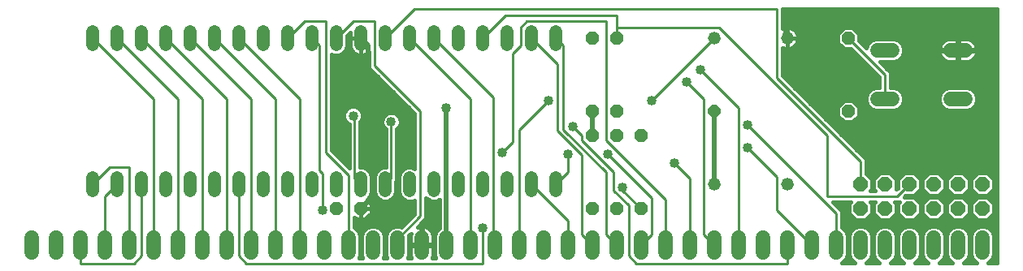
<source format=gbl>
G75*
%MOIN*%
%OFA0B0*%
%FSLAX24Y24*%
%IPPOS*%
%LPD*%
%AMOC8*
5,1,8,0,0,1.08239X$1,22.5*
%
%ADD10C,0.0520*%
%ADD11OC8,0.0600*%
%ADD12C,0.0600*%
%ADD13OC8,0.0520*%
%ADD14C,0.0520*%
%ADD15OC8,0.0515*%
%ADD16C,0.0100*%
%ADD17C,0.0400*%
%ADD18C,0.0200*%
%ADD19C,0.0160*%
D10*
X003680Y004420D02*
X003680Y004940D01*
X004680Y004940D02*
X004680Y004420D01*
X005680Y004420D02*
X005680Y004940D01*
X006680Y004940D02*
X006680Y004420D01*
X007680Y004420D02*
X007680Y004940D01*
X008680Y004940D02*
X008680Y004420D01*
X009680Y004420D02*
X009680Y004940D01*
X010680Y004940D02*
X010680Y004420D01*
X011680Y004420D02*
X011680Y004940D01*
X012680Y004940D02*
X012680Y004420D01*
X013680Y004420D02*
X013680Y004940D01*
X014680Y004940D02*
X014680Y004420D01*
X015680Y004420D02*
X015680Y004940D01*
X016680Y004940D02*
X016680Y004420D01*
X017680Y004420D02*
X017680Y004940D01*
X018680Y004940D02*
X018680Y004420D01*
X019680Y004420D02*
X019680Y004940D01*
X020680Y004940D02*
X020680Y004420D01*
X021680Y004420D02*
X021680Y004940D01*
X022680Y004940D02*
X022680Y004420D01*
X022680Y010420D02*
X022680Y010940D01*
X021680Y010940D02*
X021680Y010420D01*
X020680Y010420D02*
X020680Y010940D01*
X019680Y010940D02*
X019680Y010420D01*
X018680Y010420D02*
X018680Y010940D01*
X017680Y010940D02*
X017680Y010420D01*
X016680Y010420D02*
X016680Y010940D01*
X015680Y010940D02*
X015680Y010420D01*
X014680Y010420D02*
X014680Y010940D01*
X013680Y010940D02*
X013680Y010420D01*
X012680Y010420D02*
X012680Y010940D01*
X011680Y010940D02*
X011680Y010420D01*
X010680Y010420D02*
X010680Y010940D01*
X009680Y010940D02*
X009680Y010420D01*
X008680Y010420D02*
X008680Y010940D01*
X007680Y010940D02*
X007680Y010420D01*
X006680Y010420D02*
X006680Y010940D01*
X005680Y010940D02*
X005680Y010420D01*
X004680Y010420D02*
X004680Y010940D01*
X003680Y010940D02*
X003680Y010420D01*
D11*
X035180Y004680D03*
X036180Y004680D03*
X037180Y004680D03*
X038180Y004680D03*
X039180Y004680D03*
X040180Y004680D03*
X040180Y003680D03*
X039180Y003680D03*
X038180Y003680D03*
X037180Y003680D03*
X036180Y003680D03*
X035180Y003680D03*
D12*
X035180Y002480D02*
X035180Y001880D01*
X036180Y001880D02*
X036180Y002480D01*
X037180Y002480D02*
X037180Y001880D01*
X038180Y001880D02*
X038180Y002480D01*
X039180Y002480D02*
X039180Y001880D01*
X040180Y001880D02*
X040180Y002480D01*
X034180Y002480D02*
X034180Y001880D01*
X033180Y001880D02*
X033180Y002480D01*
X032180Y002480D02*
X032180Y001880D01*
X031180Y001880D02*
X031180Y002480D01*
X030180Y002480D02*
X030180Y001880D01*
X029180Y001880D02*
X029180Y002480D01*
X028180Y002480D02*
X028180Y001880D01*
X027180Y001880D02*
X027180Y002480D01*
X026180Y002480D02*
X026180Y001880D01*
X025180Y001880D02*
X025180Y002480D01*
X024180Y002480D02*
X024180Y001880D01*
X023180Y001880D02*
X023180Y002480D01*
X022180Y002480D02*
X022180Y001880D01*
X021180Y001880D02*
X021180Y002480D01*
X020180Y002480D02*
X020180Y001880D01*
X019180Y001880D02*
X019180Y002480D01*
X018180Y002480D02*
X018180Y001880D01*
X017180Y001880D02*
X017180Y002480D01*
X016180Y002480D02*
X016180Y001880D01*
X015180Y001880D02*
X015180Y002480D01*
X014180Y002480D02*
X014180Y001880D01*
X013180Y001880D02*
X013180Y002480D01*
X012180Y002480D02*
X012180Y001880D01*
X011180Y001880D02*
X011180Y002480D01*
X010180Y002480D02*
X010180Y001880D01*
X009180Y001880D02*
X009180Y002480D01*
X008180Y002480D02*
X008180Y001880D01*
X007180Y001880D02*
X007180Y002480D01*
X006180Y002480D02*
X006180Y001880D01*
X005180Y001880D02*
X005180Y002480D01*
X004180Y002480D02*
X004180Y001880D01*
X003180Y001880D02*
X003180Y002480D01*
X002180Y002480D02*
X002180Y001880D01*
X001180Y001880D02*
X001180Y002480D01*
X035880Y008180D02*
X036480Y008180D01*
X038880Y008180D02*
X039480Y008180D01*
X039480Y010180D02*
X038880Y010180D01*
X036480Y010180D02*
X035880Y010180D01*
D13*
X034680Y010680D03*
X034680Y007680D03*
X026180Y006680D03*
X025180Y006680D03*
X024180Y006680D03*
X024180Y007680D03*
X025180Y007680D03*
X025180Y010680D03*
X024180Y010680D03*
X024180Y003680D03*
X025180Y003680D03*
X026180Y003680D03*
X014680Y003680D03*
X013680Y003680D03*
D14*
X029180Y004680D03*
X032180Y004680D03*
X032180Y010680D03*
X029180Y010680D03*
D15*
X029180Y007680D03*
D16*
X003180Y002180D02*
X003180Y001430D01*
X005368Y001430D01*
X005680Y001743D01*
X005680Y004680D01*
X004680Y004680D02*
X004180Y004180D01*
X004180Y002180D01*
X005180Y002180D02*
X005180Y005368D01*
X004368Y005368D01*
X003680Y004680D01*
X009680Y004680D02*
X009680Y001743D01*
X009993Y001430D01*
X019680Y001430D01*
X019680Y002868D01*
X020118Y002243D02*
X020180Y002180D01*
X020118Y002243D02*
X020118Y008243D01*
X017680Y010680D01*
X016680Y010680D02*
X019180Y008180D01*
X019180Y002180D01*
X021180Y002180D02*
X021180Y006930D01*
X022368Y008118D01*
X023368Y007055D02*
X023743Y006680D01*
X023743Y006493D01*
X025055Y005180D01*
X025055Y004430D01*
X025680Y003805D01*
X025680Y001743D01*
X025993Y001430D01*
X032180Y001430D01*
X032180Y002180D01*
X033180Y002180D02*
X031743Y003618D01*
X031743Y004993D01*
X030555Y006180D01*
X030555Y007118D02*
X034180Y003493D01*
X034180Y002180D01*
X030180Y002180D02*
X030180Y007805D01*
X028618Y009368D01*
X028055Y008868D02*
X028743Y008180D01*
X028743Y002618D01*
X029180Y002180D01*
X028180Y002180D02*
X028180Y004930D01*
X027555Y005555D01*
X027180Y004055D02*
X024743Y006493D01*
X024743Y011368D01*
X021493Y011368D01*
X021243Y011118D01*
X021243Y010368D01*
X020930Y010055D01*
X020930Y006430D01*
X020493Y005993D01*
X022743Y006868D02*
X023743Y005868D01*
X023743Y002618D01*
X024180Y002180D01*
X024743Y002618D02*
X025180Y002180D01*
X024743Y002618D02*
X024743Y005180D01*
X022993Y006930D01*
X022993Y010368D01*
X022680Y010680D01*
X021680Y010680D02*
X022743Y009618D01*
X022743Y006868D01*
X023180Y005930D02*
X023180Y005180D01*
X022680Y004680D01*
X021680Y004680D02*
X023180Y003180D01*
X023180Y002180D01*
X026180Y002180D02*
X026618Y002618D01*
X026618Y004118D01*
X024805Y005930D01*
X025430Y004555D02*
X025430Y004430D01*
X026180Y003680D01*
X027180Y004055D02*
X027180Y002180D01*
X033805Y004180D02*
X033805Y006680D01*
X029368Y011118D01*
X025180Y011118D01*
X025180Y011618D01*
X020618Y011618D01*
X019680Y010680D01*
X016868Y011868D02*
X031743Y011868D01*
X031743Y009055D01*
X035180Y005618D01*
X035180Y004680D01*
X033805Y004180D02*
X036680Y004180D01*
X037180Y004680D01*
X029180Y010680D02*
X026618Y008118D01*
X025180Y010680D02*
X025180Y011118D01*
X016868Y011868D02*
X015680Y010680D01*
X014368Y011368D02*
X013680Y010680D01*
X012993Y010368D02*
X012993Y005243D01*
X013118Y005118D01*
X013118Y003618D01*
X014430Y004930D02*
X014680Y004680D01*
X014430Y004930D02*
X014430Y007430D01*
X014368Y007493D01*
X015930Y007243D02*
X015930Y004930D01*
X015680Y004680D01*
X014180Y005055D02*
X014180Y002180D01*
X012180Y002180D02*
X012180Y008180D01*
X009680Y010680D01*
X008680Y010680D02*
X011180Y008180D01*
X011180Y002180D01*
X010180Y002180D02*
X010180Y008180D01*
X007680Y010680D01*
X006680Y010680D02*
X009180Y008180D01*
X009180Y002180D01*
X008180Y002180D02*
X008180Y008180D01*
X005680Y010680D01*
X004680Y010680D02*
X007180Y008180D01*
X007180Y002180D01*
X006180Y002180D02*
X006180Y008180D01*
X003680Y010680D01*
X011680Y010680D02*
X012368Y011368D01*
X013243Y011368D01*
X013243Y005993D01*
X014180Y005055D01*
X016180Y002430D02*
X017118Y003368D01*
X017118Y007680D01*
X015243Y009555D01*
X015243Y011368D01*
X014368Y011368D01*
X012993Y010368D02*
X012680Y010680D01*
X034680Y010680D02*
X036180Y009180D01*
X036180Y008180D01*
X016180Y002430D02*
X016180Y002180D01*
D17*
X019680Y002868D03*
X025430Y004555D03*
X027555Y005555D03*
X024805Y005930D03*
X023180Y005930D03*
X020493Y005993D03*
X023368Y007055D03*
X022368Y008118D03*
X026618Y008118D03*
X028055Y008868D03*
X028618Y009368D03*
X030555Y007118D03*
X030555Y006180D03*
X018180Y007805D03*
X015930Y007243D03*
X014368Y007493D03*
X013118Y003618D03*
X032118Y011743D03*
D18*
X032118Y010743D01*
X032180Y010680D01*
X029180Y007680D02*
X029180Y004680D01*
X024180Y006680D02*
X024180Y007680D01*
X018180Y007805D02*
X018180Y002180D01*
X015180Y004180D02*
X014680Y003680D01*
X015180Y004180D02*
X015180Y005118D01*
X014993Y005305D01*
X014993Y010368D01*
X014680Y010680D01*
D19*
X014680Y009980D01*
X014715Y009980D01*
X014783Y009991D01*
X014849Y010012D01*
X014911Y010044D01*
X014967Y010084D01*
X015013Y010130D01*
X015013Y009460D01*
X016888Y007585D01*
X016888Y005330D01*
X016768Y005380D01*
X016592Y005380D01*
X016431Y005313D01*
X016307Y005189D01*
X016240Y005028D01*
X016240Y004332D01*
X016307Y004171D01*
X016431Y004047D01*
X016592Y003980D01*
X016768Y003980D01*
X016888Y004030D01*
X016888Y003463D01*
X016353Y002928D01*
X016275Y002960D01*
X016085Y002960D01*
X015908Y002887D01*
X015773Y002752D01*
X015700Y002575D01*
X015700Y001785D01*
X015752Y001660D01*
X015608Y001660D01*
X015660Y001785D01*
X015660Y002575D01*
X015587Y002752D01*
X015452Y002887D01*
X015275Y002960D01*
X015085Y002960D01*
X014908Y002887D01*
X014773Y002752D01*
X014700Y002575D01*
X014700Y001785D01*
X014752Y001660D01*
X014608Y001660D01*
X014660Y001785D01*
X014660Y002575D01*
X014587Y002752D01*
X014452Y002887D01*
X014410Y002904D01*
X014410Y003328D01*
X014498Y003240D01*
X014680Y003240D01*
X014862Y003240D01*
X015120Y003498D01*
X015120Y003680D01*
X015120Y003862D01*
X014932Y004050D01*
X015053Y004171D01*
X015120Y004332D01*
X015120Y005028D01*
X015053Y005189D01*
X014929Y005313D01*
X014768Y005380D01*
X014660Y005380D01*
X014660Y007248D01*
X014690Y007277D01*
X014747Y007417D01*
X014747Y007568D01*
X014690Y007708D01*
X014583Y007815D01*
X014443Y007872D01*
X014292Y007872D01*
X014152Y007815D01*
X014045Y007708D01*
X013988Y007568D01*
X013988Y007417D01*
X014045Y007277D01*
X014152Y007170D01*
X014200Y007151D01*
X014200Y005360D01*
X013472Y006088D01*
X013472Y010030D01*
X013592Y009980D01*
X013768Y009980D01*
X013929Y010047D01*
X014053Y010171D01*
X014120Y010332D01*
X014120Y010795D01*
X014240Y010915D01*
X014240Y010680D01*
X014680Y010680D01*
X014680Y010680D01*
X014680Y010680D01*
X014680Y009980D01*
X014645Y009980D01*
X014577Y009991D01*
X014511Y010012D01*
X014449Y010044D01*
X014393Y010084D01*
X014344Y010133D01*
X014304Y010189D01*
X014272Y010251D01*
X014251Y010317D01*
X014240Y010385D01*
X014240Y010680D01*
X014680Y010680D01*
X014680Y010532D02*
X014680Y010532D01*
X014680Y010373D02*
X014680Y010373D01*
X014680Y010215D02*
X014680Y010215D01*
X014680Y010056D02*
X014680Y010056D01*
X014928Y010056D02*
X015013Y010056D01*
X015013Y009898D02*
X013472Y009898D01*
X013938Y010056D02*
X014432Y010056D01*
X014291Y010215D02*
X014071Y010215D01*
X014120Y010373D02*
X014242Y010373D01*
X014240Y010532D02*
X014120Y010532D01*
X014120Y010690D02*
X014240Y010690D01*
X014240Y010849D02*
X014174Y010849D01*
X013472Y009739D02*
X015013Y009739D01*
X015013Y009581D02*
X013472Y009581D01*
X013472Y009422D02*
X015050Y009422D01*
X015209Y009264D02*
X013472Y009264D01*
X013472Y009105D02*
X015367Y009105D01*
X015526Y008947D02*
X013472Y008947D01*
X013472Y008788D02*
X015684Y008788D01*
X015843Y008630D02*
X013472Y008630D01*
X013472Y008471D02*
X016001Y008471D01*
X016160Y008313D02*
X013472Y008313D01*
X013472Y008154D02*
X016318Y008154D01*
X016477Y007996D02*
X013472Y007996D01*
X013472Y007837D02*
X014206Y007837D01*
X014033Y007679D02*
X013472Y007679D01*
X013472Y007520D02*
X013988Y007520D01*
X014010Y007362D02*
X013472Y007362D01*
X013472Y007203D02*
X014120Y007203D01*
X014200Y007045D02*
X013472Y007045D01*
X013472Y006886D02*
X014200Y006886D01*
X014200Y006728D02*
X013472Y006728D01*
X013472Y006569D02*
X014200Y006569D01*
X014660Y006569D02*
X015700Y006569D01*
X015700Y006728D02*
X014660Y006728D01*
X014660Y006886D02*
X015700Y006886D01*
X015700Y006935D02*
X015700Y005380D01*
X015592Y005380D01*
X015431Y005313D01*
X015307Y005189D01*
X015240Y005028D01*
X015240Y004332D01*
X015307Y004171D01*
X015431Y004047D01*
X015592Y003980D01*
X015768Y003980D01*
X015929Y004047D01*
X016053Y004171D01*
X016120Y004332D01*
X016120Y004795D01*
X016160Y004835D01*
X016160Y006935D01*
X016252Y007027D01*
X016310Y007167D01*
X016310Y007318D01*
X016252Y007458D01*
X016145Y007565D01*
X016006Y007622D01*
X015854Y007622D01*
X015715Y007565D01*
X015608Y007458D01*
X015550Y007318D01*
X015550Y007167D01*
X015608Y007027D01*
X015700Y006935D01*
X015601Y007045D02*
X014660Y007045D01*
X014660Y007203D02*
X015550Y007203D01*
X015568Y007362D02*
X014725Y007362D01*
X014747Y007520D02*
X015670Y007520D01*
X016190Y007520D02*
X016888Y007520D01*
X016888Y007362D02*
X016292Y007362D01*
X016310Y007203D02*
X016888Y007203D01*
X016888Y007045D02*
X016259Y007045D01*
X016160Y006886D02*
X016888Y006886D01*
X016888Y006728D02*
X016160Y006728D01*
X016160Y006569D02*
X016888Y006569D01*
X016888Y006411D02*
X016160Y006411D01*
X016160Y006252D02*
X016888Y006252D01*
X016888Y006094D02*
X016160Y006094D01*
X016160Y005935D02*
X016888Y005935D01*
X016888Y005777D02*
X016160Y005777D01*
X016160Y005618D02*
X016888Y005618D01*
X016888Y005460D02*
X016160Y005460D01*
X016160Y005301D02*
X016419Y005301D01*
X016288Y005143D02*
X016160Y005143D01*
X016160Y004984D02*
X016240Y004984D01*
X016240Y004826D02*
X016151Y004826D01*
X016120Y004667D02*
X016240Y004667D01*
X016240Y004509D02*
X016120Y004509D01*
X016120Y004350D02*
X016240Y004350D01*
X016298Y004192D02*
X016062Y004192D01*
X015895Y004033D02*
X016465Y004033D01*
X016888Y003875D02*
X015108Y003875D01*
X014949Y004033D02*
X015465Y004033D01*
X015298Y004192D02*
X015062Y004192D01*
X015120Y004350D02*
X015240Y004350D01*
X015240Y004509D02*
X015120Y004509D01*
X015120Y004667D02*
X015240Y004667D01*
X015240Y004826D02*
X015120Y004826D01*
X015120Y004984D02*
X015240Y004984D01*
X015288Y005143D02*
X015072Y005143D01*
X014941Y005301D02*
X015419Y005301D01*
X015700Y005460D02*
X014660Y005460D01*
X014200Y005460D02*
X014101Y005460D01*
X014200Y005618D02*
X013942Y005618D01*
X013784Y005777D02*
X014200Y005777D01*
X014200Y005935D02*
X013625Y005935D01*
X013472Y006094D02*
X014200Y006094D01*
X014200Y006252D02*
X013472Y006252D01*
X013472Y006411D02*
X014200Y006411D01*
X014660Y006411D02*
X015700Y006411D01*
X015700Y006252D02*
X014660Y006252D01*
X014660Y006094D02*
X015700Y006094D01*
X015700Y005935D02*
X014660Y005935D01*
X014660Y005777D02*
X015700Y005777D01*
X015700Y005618D02*
X014660Y005618D01*
X017347Y004130D02*
X017431Y004047D01*
X017592Y003980D01*
X017768Y003980D01*
X017900Y004035D01*
X017900Y002879D01*
X017773Y002752D01*
X017700Y002575D01*
X017700Y001785D01*
X017752Y001660D01*
X017607Y001660D01*
X017625Y001696D01*
X017648Y001768D01*
X017660Y001842D01*
X017660Y002160D01*
X017200Y002160D01*
X017200Y002200D01*
X017160Y002200D01*
X017160Y002960D01*
X017142Y002960D01*
X017068Y002948D01*
X017002Y002927D01*
X017347Y003272D01*
X017347Y004130D01*
X017347Y004033D02*
X017465Y004033D01*
X017347Y003875D02*
X017900Y003875D01*
X017895Y004033D02*
X017900Y004033D01*
X017900Y003716D02*
X017347Y003716D01*
X017347Y003558D02*
X017900Y003558D01*
X017900Y003399D02*
X017347Y003399D01*
X017316Y003241D02*
X017900Y003241D01*
X017900Y003082D02*
X017157Y003082D01*
X017200Y002960D02*
X017200Y002200D01*
X017660Y002200D01*
X017660Y002518D01*
X017648Y002592D01*
X017625Y002664D01*
X017591Y002732D01*
X017546Y002793D01*
X017493Y002846D01*
X017432Y002891D01*
X017364Y002925D01*
X017292Y002948D01*
X017218Y002960D01*
X017200Y002960D01*
X017200Y002924D02*
X017160Y002924D01*
X017160Y002765D02*
X017200Y002765D01*
X017200Y002607D02*
X017160Y002607D01*
X017160Y002448D02*
X017200Y002448D01*
X017200Y002290D02*
X017160Y002290D01*
X017160Y002200D02*
X016700Y002200D01*
X016700Y002518D01*
X016712Y002592D01*
X016733Y002658D01*
X016657Y002582D01*
X016660Y002575D01*
X016660Y001785D01*
X016608Y001660D01*
X016753Y001660D01*
X016735Y001696D01*
X016712Y001768D01*
X016700Y001842D01*
X016700Y002160D01*
X017160Y002160D01*
X017160Y002200D01*
X016700Y002131D02*
X016660Y002131D01*
X016660Y001973D02*
X016700Y001973D01*
X016704Y001814D02*
X016660Y001814D01*
X017656Y001814D02*
X017700Y001814D01*
X017700Y001973D02*
X017660Y001973D01*
X017660Y002131D02*
X017700Y002131D01*
X017700Y002290D02*
X017660Y002290D01*
X017660Y002448D02*
X017700Y002448D01*
X017713Y002607D02*
X017644Y002607D01*
X017566Y002765D02*
X017786Y002765D01*
X017900Y002924D02*
X017367Y002924D01*
X016716Y002607D02*
X016682Y002607D01*
X016660Y002448D02*
X016700Y002448D01*
X016700Y002290D02*
X016660Y002290D01*
X015700Y002290D02*
X015660Y002290D01*
X015660Y002448D02*
X015700Y002448D01*
X015713Y002607D02*
X015647Y002607D01*
X015574Y002765D02*
X015786Y002765D01*
X015996Y002924D02*
X015364Y002924D01*
X014996Y002924D02*
X014410Y002924D01*
X014574Y002765D02*
X014786Y002765D01*
X014713Y002607D02*
X014647Y002607D01*
X014660Y002448D02*
X014700Y002448D01*
X014700Y002290D02*
X014660Y002290D01*
X014660Y002131D02*
X014700Y002131D01*
X014700Y001973D02*
X014660Y001973D01*
X014660Y001814D02*
X014700Y001814D01*
X015660Y001814D02*
X015700Y001814D01*
X015700Y001973D02*
X015660Y001973D01*
X015660Y002131D02*
X015700Y002131D01*
X016507Y003082D02*
X014410Y003082D01*
X014410Y003241D02*
X014497Y003241D01*
X014680Y003241D02*
X014680Y003241D01*
X014680Y003240D02*
X014680Y003680D01*
X015120Y003680D01*
X014680Y003680D01*
X014680Y003680D01*
X014680Y003680D01*
X014680Y003240D01*
X014680Y003399D02*
X014680Y003399D01*
X014680Y003558D02*
X014680Y003558D01*
X015021Y003399D02*
X016824Y003399D01*
X016888Y003558D02*
X015120Y003558D01*
X015120Y003716D02*
X016888Y003716D01*
X016665Y003241D02*
X014863Y003241D01*
X014702Y007679D02*
X016794Y007679D01*
X016635Y007837D02*
X014529Y007837D01*
X031972Y009150D02*
X031972Y010292D01*
X032011Y010272D01*
X032077Y010251D01*
X032145Y010240D01*
X032180Y010240D01*
X032215Y010240D01*
X032283Y010251D01*
X032349Y010272D01*
X032411Y010304D01*
X032467Y010344D01*
X032516Y010393D01*
X032556Y010449D01*
X032588Y010511D01*
X032609Y010577D01*
X032620Y010645D01*
X032620Y010680D01*
X032620Y010715D01*
X032609Y010783D01*
X032588Y010849D01*
X032556Y010911D01*
X032516Y010967D01*
X032467Y011016D01*
X032411Y011056D01*
X032349Y011088D01*
X032283Y011109D01*
X032215Y011120D01*
X032180Y011120D01*
X032180Y010680D01*
X032180Y010680D01*
X032620Y010680D01*
X032180Y010680D01*
X032180Y010680D01*
X032180Y011120D01*
X032145Y011120D01*
X032077Y011109D01*
X032011Y011088D01*
X031972Y011068D01*
X031972Y011896D01*
X040770Y011896D01*
X040770Y001460D01*
X040420Y001460D01*
X040452Y001473D01*
X040587Y001608D01*
X040660Y001785D01*
X040660Y002575D01*
X040587Y002752D01*
X040452Y002887D01*
X040275Y002960D01*
X040085Y002960D01*
X039908Y002887D01*
X039773Y002752D01*
X039700Y002575D01*
X039700Y001785D01*
X039773Y001608D01*
X039908Y001473D01*
X039940Y001460D01*
X039420Y001460D01*
X039452Y001473D01*
X039587Y001608D01*
X039660Y001785D01*
X039660Y002575D01*
X039587Y002752D01*
X039452Y002887D01*
X039275Y002960D01*
X039085Y002960D01*
X038908Y002887D01*
X038773Y002752D01*
X038700Y002575D01*
X038700Y001785D01*
X038773Y001608D01*
X038908Y001473D01*
X038940Y001460D01*
X038420Y001460D01*
X038452Y001473D01*
X038587Y001608D01*
X038660Y001785D01*
X038660Y002575D01*
X038587Y002752D01*
X038452Y002887D01*
X038275Y002960D01*
X038085Y002960D01*
X037908Y002887D01*
X037773Y002752D01*
X037700Y002575D01*
X037700Y001785D01*
X037773Y001608D01*
X037908Y001473D01*
X037940Y001460D01*
X037420Y001460D01*
X037452Y001473D01*
X037587Y001608D01*
X037660Y001785D01*
X037660Y002575D01*
X037587Y002752D01*
X037452Y002887D01*
X037275Y002960D01*
X037085Y002960D01*
X036908Y002887D01*
X036773Y002752D01*
X036700Y002575D01*
X036700Y001785D01*
X036773Y001608D01*
X036908Y001473D01*
X036940Y001460D01*
X036420Y001460D01*
X036452Y001473D01*
X036587Y001608D01*
X036660Y001785D01*
X036660Y002575D01*
X036587Y002752D01*
X036452Y002887D01*
X036275Y002960D01*
X036085Y002960D01*
X035908Y002887D01*
X035773Y002752D01*
X035700Y002575D01*
X035700Y001785D01*
X035773Y001608D01*
X035908Y001473D01*
X035940Y001460D01*
X035420Y001460D01*
X035452Y001473D01*
X035587Y001608D01*
X035660Y001785D01*
X035660Y002575D01*
X035587Y002752D01*
X035452Y002887D01*
X035275Y002960D01*
X035085Y002960D01*
X034908Y002887D01*
X034773Y002752D01*
X034700Y002575D01*
X034700Y001785D01*
X034773Y001608D01*
X034908Y001473D01*
X034940Y001460D01*
X034420Y001460D01*
X034452Y001473D01*
X034587Y001608D01*
X034660Y001785D01*
X034660Y002575D01*
X034587Y002752D01*
X034452Y002887D01*
X034410Y002904D01*
X034410Y003588D01*
X034275Y003722D01*
X034048Y003950D01*
X034771Y003950D01*
X034700Y003879D01*
X034700Y003481D01*
X034981Y003200D01*
X035379Y003200D01*
X035660Y003481D01*
X035660Y003879D01*
X035589Y003950D01*
X035771Y003950D01*
X035700Y003879D01*
X035700Y003481D01*
X035981Y003200D01*
X036379Y003200D01*
X036660Y003481D01*
X036660Y003879D01*
X036589Y003950D01*
X036771Y003950D01*
X036700Y003879D01*
X036700Y003481D01*
X036981Y003200D01*
X037379Y003200D01*
X037660Y003481D01*
X037660Y003879D01*
X037379Y004160D01*
X036985Y004160D01*
X037025Y004200D01*
X037379Y004200D01*
X037660Y004481D01*
X037660Y004879D01*
X037379Y005160D01*
X036981Y005160D01*
X036700Y004879D01*
X036700Y004525D01*
X036660Y004485D01*
X036660Y004879D01*
X036379Y005160D01*
X035981Y005160D01*
X035700Y004879D01*
X035700Y004481D01*
X035771Y004410D01*
X035589Y004410D01*
X035660Y004481D01*
X035660Y004879D01*
X035410Y005129D01*
X035410Y005713D01*
X035275Y005847D01*
X031972Y009150D01*
X032018Y009105D02*
X035930Y009105D01*
X035950Y009085D02*
X035950Y008660D01*
X035785Y008660D01*
X035608Y008587D01*
X035473Y008452D01*
X035400Y008275D01*
X035400Y008085D01*
X035473Y007908D01*
X035608Y007773D01*
X035785Y007700D01*
X036575Y007700D01*
X036752Y007773D01*
X036887Y007908D01*
X036960Y008085D01*
X036960Y008275D01*
X036887Y008452D01*
X036752Y008587D01*
X036575Y008660D01*
X036410Y008660D01*
X036410Y009275D01*
X036275Y009410D01*
X035985Y009700D01*
X036575Y009700D01*
X036752Y009773D01*
X036887Y009908D01*
X036960Y010085D01*
X036960Y010275D01*
X036887Y010452D01*
X036752Y010587D01*
X036575Y010660D01*
X035785Y010660D01*
X035608Y010587D01*
X035473Y010452D01*
X035403Y010282D01*
X035120Y010565D01*
X035120Y010862D01*
X034862Y011120D01*
X034498Y011120D01*
X034240Y010862D01*
X034240Y010498D01*
X034498Y010240D01*
X034795Y010240D01*
X035950Y009085D01*
X035771Y009264D02*
X031972Y009264D01*
X031972Y009422D02*
X035613Y009422D01*
X035454Y009581D02*
X031972Y009581D01*
X031972Y009739D02*
X035296Y009739D01*
X035137Y009898D02*
X031972Y009898D01*
X031972Y010056D02*
X034979Y010056D01*
X034820Y010215D02*
X031972Y010215D01*
X032180Y010240D02*
X032180Y010680D01*
X032180Y010240D01*
X032180Y010373D02*
X032180Y010373D01*
X032180Y010532D02*
X032180Y010532D01*
X032180Y010680D02*
X032180Y010680D01*
X032180Y010690D02*
X032180Y010690D01*
X032180Y010849D02*
X032180Y010849D01*
X032180Y011007D02*
X032180Y011007D01*
X031972Y011166D02*
X040770Y011166D01*
X040770Y011324D02*
X031972Y011324D01*
X031972Y011483D02*
X040770Y011483D01*
X040770Y011641D02*
X031972Y011641D01*
X031972Y011800D02*
X040770Y011800D01*
X040770Y011007D02*
X034975Y011007D01*
X035120Y010849D02*
X040770Y010849D01*
X040770Y010690D02*
X035120Y010690D01*
X035154Y010532D02*
X035553Y010532D01*
X035440Y010373D02*
X035312Y010373D01*
X034365Y010373D02*
X032495Y010373D01*
X032594Y010532D02*
X034240Y010532D01*
X034240Y010690D02*
X032620Y010690D01*
X032588Y010849D02*
X034240Y010849D01*
X034385Y011007D02*
X032475Y011007D01*
X036807Y010532D02*
X038553Y010532D01*
X038567Y010546D02*
X038514Y010493D01*
X038469Y010432D01*
X038435Y010364D01*
X038412Y010292D01*
X038400Y010218D01*
X038400Y010200D01*
X039160Y010200D01*
X039160Y010660D01*
X038842Y010660D01*
X038768Y010648D01*
X038696Y010625D01*
X038628Y010591D01*
X038567Y010546D01*
X038440Y010373D02*
X036920Y010373D01*
X036960Y010215D02*
X038400Y010215D01*
X038400Y010160D02*
X038400Y010142D01*
X038412Y010068D01*
X038435Y009996D01*
X038469Y009928D01*
X038514Y009867D01*
X038567Y009814D01*
X038628Y009769D01*
X038696Y009735D01*
X038768Y009712D01*
X038842Y009700D01*
X039160Y009700D01*
X039160Y010160D01*
X039200Y010160D01*
X039200Y010200D01*
X039160Y010200D01*
X039160Y010160D01*
X038400Y010160D01*
X038416Y010056D02*
X036948Y010056D01*
X036876Y009898D02*
X038492Y009898D01*
X039160Y009898D02*
X039200Y009898D01*
X039200Y010056D02*
X039160Y010056D01*
X039200Y010160D02*
X039200Y009700D01*
X039518Y009700D01*
X039592Y009712D01*
X039664Y009735D01*
X039732Y009769D01*
X039793Y009814D01*
X039846Y009867D01*
X039891Y009928D01*
X039925Y009996D01*
X039948Y010068D01*
X039960Y010142D01*
X039960Y010160D01*
X039200Y010160D01*
X039200Y010200D02*
X039960Y010200D01*
X039960Y010218D01*
X039948Y010292D01*
X039925Y010364D01*
X039891Y010432D01*
X039846Y010493D01*
X039793Y010546D01*
X039732Y010591D01*
X039664Y010625D01*
X039592Y010648D01*
X039518Y010660D01*
X039200Y010660D01*
X039200Y010200D01*
X039200Y010215D02*
X039160Y010215D01*
X039160Y010373D02*
X039200Y010373D01*
X039200Y010532D02*
X039160Y010532D01*
X039807Y010532D02*
X040770Y010532D01*
X040770Y010373D02*
X039920Y010373D01*
X039960Y010215D02*
X040770Y010215D01*
X040770Y010056D02*
X039944Y010056D01*
X039868Y009898D02*
X040770Y009898D01*
X040770Y009739D02*
X039672Y009739D01*
X039200Y009739D02*
X039160Y009739D01*
X038688Y009739D02*
X036670Y009739D01*
X036105Y009581D02*
X040770Y009581D01*
X040770Y009422D02*
X036263Y009422D01*
X036410Y009264D02*
X040770Y009264D01*
X040770Y009105D02*
X036410Y009105D01*
X036410Y008947D02*
X040770Y008947D01*
X040770Y008788D02*
X036410Y008788D01*
X036649Y008630D02*
X038711Y008630D01*
X038785Y008660D02*
X038608Y008587D01*
X038473Y008452D01*
X038400Y008275D01*
X038400Y008085D01*
X038473Y007908D01*
X038608Y007773D01*
X038785Y007700D01*
X039575Y007700D01*
X039752Y007773D01*
X039887Y007908D01*
X039960Y008085D01*
X039960Y008275D01*
X039887Y008452D01*
X039752Y008587D01*
X039575Y008660D01*
X038785Y008660D01*
X038492Y008471D02*
X036868Y008471D01*
X036945Y008313D02*
X038415Y008313D01*
X038400Y008154D02*
X036960Y008154D01*
X036923Y007996D02*
X038437Y007996D01*
X038544Y007837D02*
X036816Y007837D01*
X035544Y007837D02*
X035120Y007837D01*
X035120Y007862D02*
X034862Y008120D01*
X034498Y008120D01*
X034240Y007862D01*
X034240Y007498D01*
X034498Y007240D01*
X034862Y007240D01*
X035120Y007498D01*
X035120Y007862D01*
X035120Y007679D02*
X040770Y007679D01*
X040770Y007837D02*
X039816Y007837D01*
X039923Y007996D02*
X040770Y007996D01*
X040770Y008154D02*
X039960Y008154D01*
X039945Y008313D02*
X040770Y008313D01*
X040770Y008471D02*
X039868Y008471D01*
X039649Y008630D02*
X040770Y008630D01*
X040770Y007520D02*
X035120Y007520D01*
X034984Y007362D02*
X040770Y007362D01*
X040770Y007203D02*
X033920Y007203D01*
X034078Y007045D02*
X040770Y007045D01*
X040770Y006886D02*
X034237Y006886D01*
X034395Y006728D02*
X040770Y006728D01*
X040770Y006569D02*
X034554Y006569D01*
X034712Y006411D02*
X040770Y006411D01*
X040770Y006252D02*
X034871Y006252D01*
X035029Y006094D02*
X040770Y006094D01*
X040770Y005935D02*
X035188Y005935D01*
X035346Y005777D02*
X040770Y005777D01*
X040770Y005618D02*
X035410Y005618D01*
X035410Y005460D02*
X040770Y005460D01*
X040770Y005301D02*
X035410Y005301D01*
X035410Y005143D02*
X035964Y005143D01*
X035805Y004984D02*
X035555Y004984D01*
X035660Y004826D02*
X035700Y004826D01*
X035700Y004667D02*
X035660Y004667D01*
X035660Y004509D02*
X035700Y004509D01*
X036660Y004509D02*
X036683Y004509D01*
X036700Y004667D02*
X036660Y004667D01*
X036660Y004826D02*
X036700Y004826D01*
X036805Y004984D02*
X036555Y004984D01*
X036396Y005143D02*
X036964Y005143D01*
X037396Y005143D02*
X037964Y005143D01*
X037981Y005160D02*
X037700Y004879D01*
X037700Y004481D01*
X037981Y004200D01*
X038379Y004200D01*
X038660Y004481D01*
X038660Y004879D01*
X038379Y005160D01*
X037981Y005160D01*
X037805Y004984D02*
X037555Y004984D01*
X037660Y004826D02*
X037700Y004826D01*
X037700Y004667D02*
X037660Y004667D01*
X037660Y004509D02*
X037700Y004509D01*
X037831Y004350D02*
X037529Y004350D01*
X037981Y004160D02*
X037700Y003879D01*
X037700Y003481D01*
X037981Y003200D01*
X038379Y003200D01*
X038660Y003481D01*
X038660Y003879D01*
X038379Y004160D01*
X037981Y004160D01*
X037854Y004033D02*
X037506Y004033D01*
X037660Y003875D02*
X037700Y003875D01*
X037700Y003716D02*
X037660Y003716D01*
X037660Y003558D02*
X037700Y003558D01*
X037782Y003399D02*
X037578Y003399D01*
X037419Y003241D02*
X037941Y003241D01*
X038419Y003241D02*
X038941Y003241D01*
X038981Y003200D02*
X039379Y003200D01*
X039660Y003481D01*
X039660Y003879D01*
X039379Y004160D01*
X038981Y004160D01*
X038700Y003879D01*
X038700Y003481D01*
X038981Y003200D01*
X039419Y003241D02*
X039941Y003241D01*
X039981Y003200D02*
X040379Y003200D01*
X040660Y003481D01*
X040660Y003879D01*
X040379Y004160D01*
X039981Y004160D01*
X039700Y003879D01*
X039700Y003481D01*
X039981Y003200D01*
X040419Y003241D02*
X040770Y003241D01*
X040770Y003399D02*
X040578Y003399D01*
X040660Y003558D02*
X040770Y003558D01*
X040770Y003716D02*
X040660Y003716D01*
X040660Y003875D02*
X040770Y003875D01*
X040770Y004033D02*
X040506Y004033D01*
X040379Y004200D02*
X039981Y004200D01*
X039700Y004481D01*
X039700Y004879D01*
X039981Y005160D01*
X040379Y005160D01*
X040660Y004879D01*
X040660Y004481D01*
X040379Y004200D01*
X040529Y004350D02*
X040770Y004350D01*
X040770Y004192D02*
X037017Y004192D01*
X036700Y003875D02*
X036660Y003875D01*
X036660Y003716D02*
X036700Y003716D01*
X036700Y003558D02*
X036660Y003558D01*
X036578Y003399D02*
X036782Y003399D01*
X036941Y003241D02*
X036419Y003241D01*
X035941Y003241D02*
X035419Y003241D01*
X035578Y003399D02*
X035782Y003399D01*
X035700Y003558D02*
X035660Y003558D01*
X035660Y003716D02*
X035700Y003716D01*
X035700Y003875D02*
X035660Y003875D01*
X034700Y003875D02*
X034123Y003875D01*
X034282Y003716D02*
X034700Y003716D01*
X034700Y003558D02*
X034410Y003558D01*
X034410Y003399D02*
X034782Y003399D01*
X034941Y003241D02*
X034410Y003241D01*
X034410Y003082D02*
X040770Y003082D01*
X040770Y002924D02*
X040364Y002924D01*
X040574Y002765D02*
X040770Y002765D01*
X040770Y002607D02*
X040647Y002607D01*
X040660Y002448D02*
X040770Y002448D01*
X040770Y002290D02*
X040660Y002290D01*
X040660Y002131D02*
X040770Y002131D01*
X040770Y001973D02*
X040660Y001973D01*
X040660Y001814D02*
X040770Y001814D01*
X040770Y001656D02*
X040607Y001656D01*
X040476Y001497D02*
X040770Y001497D01*
X039884Y001497D02*
X039476Y001497D01*
X039607Y001656D02*
X039753Y001656D01*
X039700Y001814D02*
X039660Y001814D01*
X039660Y001973D02*
X039700Y001973D01*
X039700Y002131D02*
X039660Y002131D01*
X039660Y002290D02*
X039700Y002290D01*
X039700Y002448D02*
X039660Y002448D01*
X039647Y002607D02*
X039713Y002607D01*
X039786Y002765D02*
X039574Y002765D01*
X039364Y002924D02*
X039996Y002924D01*
X038996Y002924D02*
X038364Y002924D01*
X038574Y002765D02*
X038786Y002765D01*
X038713Y002607D02*
X038647Y002607D01*
X038660Y002448D02*
X038700Y002448D01*
X038700Y002290D02*
X038660Y002290D01*
X038660Y002131D02*
X038700Y002131D01*
X038700Y001973D02*
X038660Y001973D01*
X038660Y001814D02*
X038700Y001814D01*
X038753Y001656D02*
X038607Y001656D01*
X038476Y001497D02*
X038884Y001497D01*
X037884Y001497D02*
X037476Y001497D01*
X037607Y001656D02*
X037753Y001656D01*
X037700Y001814D02*
X037660Y001814D01*
X037660Y001973D02*
X037700Y001973D01*
X037700Y002131D02*
X037660Y002131D01*
X037660Y002290D02*
X037700Y002290D01*
X037700Y002448D02*
X037660Y002448D01*
X037647Y002607D02*
X037713Y002607D01*
X037786Y002765D02*
X037574Y002765D01*
X037364Y002924D02*
X037996Y002924D01*
X036996Y002924D02*
X036364Y002924D01*
X036574Y002765D02*
X036786Y002765D01*
X036713Y002607D02*
X036647Y002607D01*
X036660Y002448D02*
X036700Y002448D01*
X036700Y002290D02*
X036660Y002290D01*
X036660Y002131D02*
X036700Y002131D01*
X036700Y001973D02*
X036660Y001973D01*
X036660Y001814D02*
X036700Y001814D01*
X036753Y001656D02*
X036607Y001656D01*
X036476Y001497D02*
X036884Y001497D01*
X035884Y001497D02*
X035476Y001497D01*
X035607Y001656D02*
X035753Y001656D01*
X035700Y001814D02*
X035660Y001814D01*
X035660Y001973D02*
X035700Y001973D01*
X035700Y002131D02*
X035660Y002131D01*
X035660Y002290D02*
X035700Y002290D01*
X035700Y002448D02*
X035660Y002448D01*
X035647Y002607D02*
X035713Y002607D01*
X035786Y002765D02*
X035574Y002765D01*
X035364Y002924D02*
X035996Y002924D01*
X034996Y002924D02*
X034410Y002924D01*
X034574Y002765D02*
X034786Y002765D01*
X034713Y002607D02*
X034647Y002607D01*
X034660Y002448D02*
X034700Y002448D01*
X034700Y002290D02*
X034660Y002290D01*
X034660Y002131D02*
X034700Y002131D01*
X034700Y001973D02*
X034660Y001973D01*
X034660Y001814D02*
X034700Y001814D01*
X034753Y001656D02*
X034607Y001656D01*
X034476Y001497D02*
X034884Y001497D01*
X038578Y003399D02*
X038782Y003399D01*
X038700Y003558D02*
X038660Y003558D01*
X038660Y003716D02*
X038700Y003716D01*
X038700Y003875D02*
X038660Y003875D01*
X038506Y004033D02*
X038854Y004033D01*
X038981Y004200D02*
X039379Y004200D01*
X039660Y004481D01*
X039660Y004879D01*
X039379Y005160D01*
X038981Y005160D01*
X038700Y004879D01*
X038700Y004481D01*
X038981Y004200D01*
X038831Y004350D02*
X038529Y004350D01*
X038660Y004509D02*
X038700Y004509D01*
X038700Y004667D02*
X038660Y004667D01*
X038660Y004826D02*
X038700Y004826D01*
X038805Y004984D02*
X038555Y004984D01*
X038396Y005143D02*
X038964Y005143D01*
X039396Y005143D02*
X039964Y005143D01*
X039805Y004984D02*
X039555Y004984D01*
X039660Y004826D02*
X039700Y004826D01*
X039700Y004667D02*
X039660Y004667D01*
X039660Y004509D02*
X039700Y004509D01*
X039831Y004350D02*
X039529Y004350D01*
X039506Y004033D02*
X039854Y004033D01*
X039700Y003875D02*
X039660Y003875D01*
X039660Y003716D02*
X039700Y003716D01*
X039700Y003558D02*
X039660Y003558D01*
X039578Y003399D02*
X039782Y003399D01*
X040660Y004509D02*
X040770Y004509D01*
X040770Y004667D02*
X040660Y004667D01*
X040660Y004826D02*
X040770Y004826D01*
X040770Y004984D02*
X040555Y004984D01*
X040396Y005143D02*
X040770Y005143D01*
X034376Y007362D02*
X033761Y007362D01*
X033603Y007520D02*
X034240Y007520D01*
X034240Y007679D02*
X033444Y007679D01*
X033286Y007837D02*
X034240Y007837D01*
X034373Y007996D02*
X033127Y007996D01*
X032969Y008154D02*
X035400Y008154D01*
X035415Y008313D02*
X032810Y008313D01*
X032652Y008471D02*
X035492Y008471D01*
X035711Y008630D02*
X032493Y008630D01*
X032335Y008788D02*
X035950Y008788D01*
X035950Y008947D02*
X032176Y008947D01*
X034987Y007996D02*
X035437Y007996D01*
M02*

</source>
